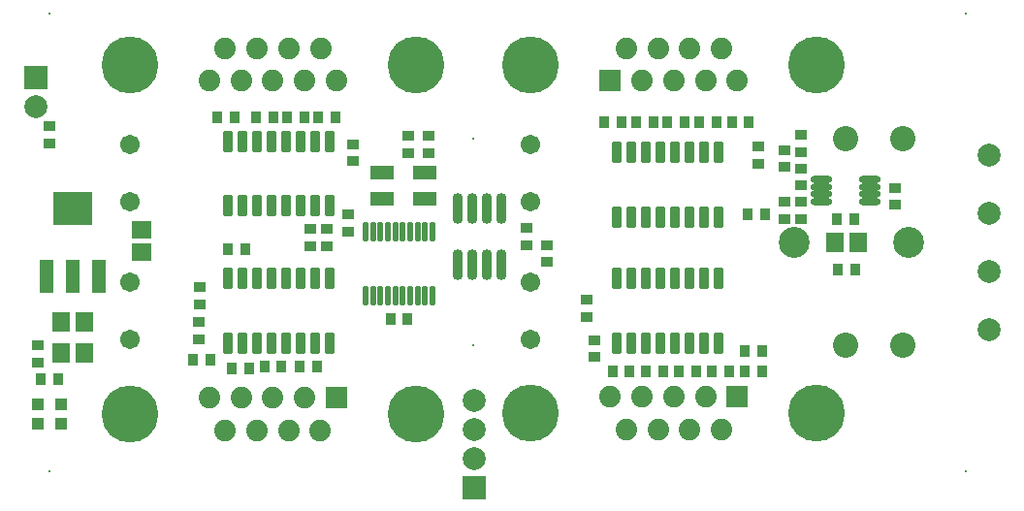
<source format=gts>
G04 Layer_Color=8388736*
%FSLAX25Y25*%
%MOIN*%
G70*
G01*
G75*
%ADD17R,0.03937X0.03937*%
%ADD52R,0.04343X0.03556*%
%ADD53R,0.03556X0.04343*%
%ADD54O,0.07493X0.02572*%
G04:AMPARAMS|DCode=55|XSize=33.59mil|YSize=72.96mil|CornerRadius=5.92mil|HoleSize=0mil|Usage=FLASHONLY|Rotation=180.000|XOffset=0mil|YOffset=0mil|HoleType=Round|Shape=RoundedRectangle|*
%AMROUNDEDRECTD55*
21,1,0.03359,0.06112,0,0,180.0*
21,1,0.02175,0.07296,0,0,180.0*
1,1,0.01184,-0.01088,0.03056*
1,1,0.01184,0.01088,0.03056*
1,1,0.01184,0.01088,-0.03056*
1,1,0.01184,-0.01088,-0.03056*
%
%ADD55ROUNDEDRECTD55*%
%ADD56R,0.06706X0.06312*%
%ADD57R,0.04737X0.11430*%
%ADD58R,0.13792X0.11430*%
%ADD59R,0.06312X0.06706*%
%ADD60O,0.02178X0.06706*%
%ADD61O,0.03556X0.10642*%
%ADD62R,0.08280X0.05131*%
%ADD63C,0.10642*%
%ADD64C,0.00800*%
%ADD65C,0.07453*%
%ADD66R,0.07453X0.07453*%
%ADD67C,0.19540*%
%ADD68C,0.07887*%
%ADD69R,0.07887X0.07887*%
%ADD70R,0.07887X0.07887*%
%ADD71C,0.06706*%
%ADD72C,0.08674*%
D17*
X15748Y36024D02*
D03*
X15748Y42717D02*
D03*
X7874Y36024D02*
D03*
X7874Y42717D02*
D03*
D52*
X199213Y64764D02*
D03*
X199213Y58858D02*
D03*
X255512Y125394D02*
D03*
X255512Y131299D02*
D03*
X62992Y70866D02*
D03*
X62992Y64961D02*
D03*
X114567Y102165D02*
D03*
X114567Y108071D02*
D03*
X175591Y103347D02*
D03*
X175591Y97441D02*
D03*
X11811Y138386D02*
D03*
X11811Y132480D02*
D03*
X7874Y62992D02*
D03*
X7874Y57087D02*
D03*
X270079Y106496D02*
D03*
X270079Y112402D02*
D03*
X264567Y106496D02*
D03*
X264567Y112402D02*
D03*
X264567Y124213D02*
D03*
X264567Y130118D02*
D03*
X270079Y135236D02*
D03*
X270079Y129331D02*
D03*
X63386Y82874D02*
D03*
X63386Y76968D02*
D03*
X101575Y97047D02*
D03*
X101575Y102953D02*
D03*
X107087Y97047D02*
D03*
X107087Y102953D02*
D03*
X182677Y91535D02*
D03*
X182677Y97441D02*
D03*
X196457Y78543D02*
D03*
X196457Y72638D02*
D03*
X302362Y117126D02*
D03*
X302362Y111221D02*
D03*
X270079Y117913D02*
D03*
X270079Y123819D02*
D03*
X142126Y128937D02*
D03*
X142126Y134843D02*
D03*
X135039Y134901D02*
D03*
X135039Y128996D02*
D03*
X116142Y126181D02*
D03*
X116142Y132087D02*
D03*
D53*
X216732Y53937D02*
D03*
X222638Y53937D02*
D03*
X205315Y53937D02*
D03*
X211221Y53937D02*
D03*
X234055Y53937D02*
D03*
X228150Y53937D02*
D03*
X245472Y53937D02*
D03*
X239567Y53937D02*
D03*
X256693Y53937D02*
D03*
X250787Y53937D02*
D03*
X256693Y61024D02*
D03*
X250787Y61024D02*
D03*
X252165Y139764D02*
D03*
X246260Y139764D02*
D03*
X241142Y139764D02*
D03*
X235236Y139764D02*
D03*
X224213Y139764D02*
D03*
X230118Y139764D02*
D03*
X213386Y139764D02*
D03*
X219291Y139764D02*
D03*
X202559Y139764D02*
D03*
X208465Y139764D02*
D03*
X61024Y58071D02*
D03*
X66929Y58071D02*
D03*
X80315Y55118D02*
D03*
X74410Y55118D02*
D03*
X91535Y55512D02*
D03*
X85630Y55512D02*
D03*
X103740Y55512D02*
D03*
X97835Y55512D02*
D03*
X110039Y141339D02*
D03*
X104134Y141339D02*
D03*
X93504Y141339D02*
D03*
X99410Y141339D02*
D03*
X82874Y141339D02*
D03*
X88779Y141339D02*
D03*
X69488Y141339D02*
D03*
X75394Y141339D02*
D03*
X8858Y51181D02*
D03*
X14764Y51181D02*
D03*
X282480Y106299D02*
D03*
X288386Y106299D02*
D03*
X282874Y88976D02*
D03*
X288779Y88976D02*
D03*
X73032Y96063D02*
D03*
X78937Y96063D02*
D03*
X134843Y72047D02*
D03*
X128937Y72047D02*
D03*
X251772Y107874D02*
D03*
X257677Y107874D02*
D03*
D54*
X293701Y112303D02*
D03*
X293701Y114862D02*
D03*
X293701Y117421D02*
D03*
X293701Y119980D02*
D03*
X277165Y112303D02*
D03*
X277165Y114862D02*
D03*
X277165Y117421D02*
D03*
X277165Y119980D02*
D03*
D55*
X73051Y63681D02*
D03*
X78051Y63681D02*
D03*
X83051Y63681D02*
D03*
X88051Y63681D02*
D03*
X93051Y63681D02*
D03*
X98051Y63681D02*
D03*
X103051Y63681D02*
D03*
X108051Y63681D02*
D03*
X73051Y85925D02*
D03*
X78051Y85925D02*
D03*
X83051Y85925D02*
D03*
X88051Y85925D02*
D03*
X93051Y85925D02*
D03*
X98051Y85925D02*
D03*
X103051Y85925D02*
D03*
X108051Y85925D02*
D03*
X206909Y63681D02*
D03*
X211910Y63681D02*
D03*
X216910Y63681D02*
D03*
X221909Y63681D02*
D03*
X226909Y63681D02*
D03*
X231909Y63681D02*
D03*
X236910Y63681D02*
D03*
X241910Y63681D02*
D03*
X206909Y85925D02*
D03*
X211910Y85925D02*
D03*
X216910Y85925D02*
D03*
X221909Y85925D02*
D03*
X226909Y85925D02*
D03*
X231909Y85925D02*
D03*
X236910Y85925D02*
D03*
X241910Y85925D02*
D03*
X241910Y129232D02*
D03*
X236910Y129232D02*
D03*
X231909Y129232D02*
D03*
X226909Y129232D02*
D03*
X221909Y129232D02*
D03*
X216910Y129232D02*
D03*
X211910Y129232D02*
D03*
X206909Y129232D02*
D03*
X241910Y106988D02*
D03*
X236910Y106988D02*
D03*
X231909Y106988D02*
D03*
X226909Y106988D02*
D03*
X221909Y106988D02*
D03*
X216910Y106988D02*
D03*
X211910Y106988D02*
D03*
X206909Y106988D02*
D03*
X108051Y133169D02*
D03*
X103051Y133169D02*
D03*
X98051Y133169D02*
D03*
X93051Y133169D02*
D03*
X88051Y133169D02*
D03*
X83051Y133169D02*
D03*
X78051Y133169D02*
D03*
X73051Y133169D02*
D03*
X108051Y110925D02*
D03*
X103051Y110925D02*
D03*
X98051Y110925D02*
D03*
X93051Y110925D02*
D03*
X88051Y110925D02*
D03*
X83051Y110925D02*
D03*
X78051Y110925D02*
D03*
X73051Y110925D02*
D03*
D56*
X43307Y102756D02*
D03*
X43307Y94882D02*
D03*
D57*
X10630Y86811D02*
D03*
X19685Y86811D02*
D03*
X28740Y86811D02*
D03*
D58*
X19685Y110039D02*
D03*
D59*
X23622Y60236D02*
D03*
X15748Y60236D02*
D03*
X23622Y70866D02*
D03*
X15748Y70866D02*
D03*
X289764Y98425D02*
D03*
X281890Y98425D02*
D03*
D60*
X143405Y101969D02*
D03*
X140847Y101969D02*
D03*
X138287Y101969D02*
D03*
X135728Y101969D02*
D03*
X133169Y101969D02*
D03*
X130610Y101969D02*
D03*
X128051Y101969D02*
D03*
X125492Y101969D02*
D03*
X122933Y101969D02*
D03*
X120374Y101969D02*
D03*
X143405Y79921D02*
D03*
X140847Y79921D02*
D03*
X138287Y79921D02*
D03*
X135728Y79921D02*
D03*
X133169Y79921D02*
D03*
X130610Y79921D02*
D03*
X128051Y79921D02*
D03*
X125492Y79921D02*
D03*
X122933Y79921D02*
D03*
X120374Y79921D02*
D03*
D61*
X151949Y90748D02*
D03*
X156949Y90748D02*
D03*
X161949Y90748D02*
D03*
X166949Y90748D02*
D03*
X151949Y110039D02*
D03*
X156949Y110039D02*
D03*
X161949Y110039D02*
D03*
X166949Y110039D02*
D03*
D62*
X140748Y122244D02*
D03*
X126181Y122244D02*
D03*
X126181Y113189D02*
D03*
X140748Y113189D02*
D03*
D63*
X267717Y98425D02*
D03*
X307087Y98425D02*
D03*
D64*
X157480Y133858D02*
D03*
X157480Y62992D02*
D03*
X326772Y19685D02*
D03*
X326772Y177165D02*
D03*
X11811Y177165D02*
D03*
X11811Y19685D02*
D03*
D65*
X204567Y45276D02*
D03*
X210020Y34095D02*
D03*
X215472Y45276D02*
D03*
X220925Y34095D02*
D03*
X226378Y45276D02*
D03*
X231831Y34095D02*
D03*
X237283Y45276D02*
D03*
X242736Y34095D02*
D03*
X248189Y153858D02*
D03*
X242736Y165039D02*
D03*
X237283Y153858D02*
D03*
X231831Y165039D02*
D03*
X226378Y153858D02*
D03*
X220925Y165039D02*
D03*
X215472Y153858D02*
D03*
X210020Y165039D02*
D03*
X110394Y153858D02*
D03*
X104941Y165039D02*
D03*
X99488Y153858D02*
D03*
X94035Y165039D02*
D03*
X88583Y153858D02*
D03*
X83130Y165039D02*
D03*
X77677Y153858D02*
D03*
X72224Y165039D02*
D03*
X66772Y153858D02*
D03*
X66752Y44961D02*
D03*
X72205Y33779D02*
D03*
X77658Y44961D02*
D03*
X83110Y33779D02*
D03*
X88563Y44961D02*
D03*
X94016Y33779D02*
D03*
X99468Y44961D02*
D03*
X104921Y33779D02*
D03*
D66*
X248189Y45276D02*
D03*
X204567Y153858D02*
D03*
X110374Y44961D02*
D03*
D67*
X275571Y39685D02*
D03*
X177185Y39685D02*
D03*
X177185Y159449D02*
D03*
X275571Y159449D02*
D03*
X39390Y159449D02*
D03*
X137776Y159449D02*
D03*
X137756Y39370D02*
D03*
X39370Y39370D02*
D03*
D68*
X334646Y128425D02*
D03*
X334646Y108425D02*
D03*
X334646Y88425D02*
D03*
X334646Y68425D02*
D03*
X157874Y24134D02*
D03*
X157874Y34134D02*
D03*
X157874Y44134D02*
D03*
X7087Y145000D02*
D03*
D69*
X157874Y14134D02*
D03*
D70*
X7087Y155000D02*
D03*
D71*
X39370Y131890D02*
D03*
X39370Y112205D02*
D03*
X39370Y64961D02*
D03*
X39370Y84646D02*
D03*
X177165Y64961D02*
D03*
X177165Y84646D02*
D03*
X177165Y131890D02*
D03*
X177165Y112205D02*
D03*
D72*
X285433Y62992D02*
D03*
X305118Y62992D02*
D03*
X285433Y133858D02*
D03*
X305118Y133858D02*
D03*
M02*

</source>
